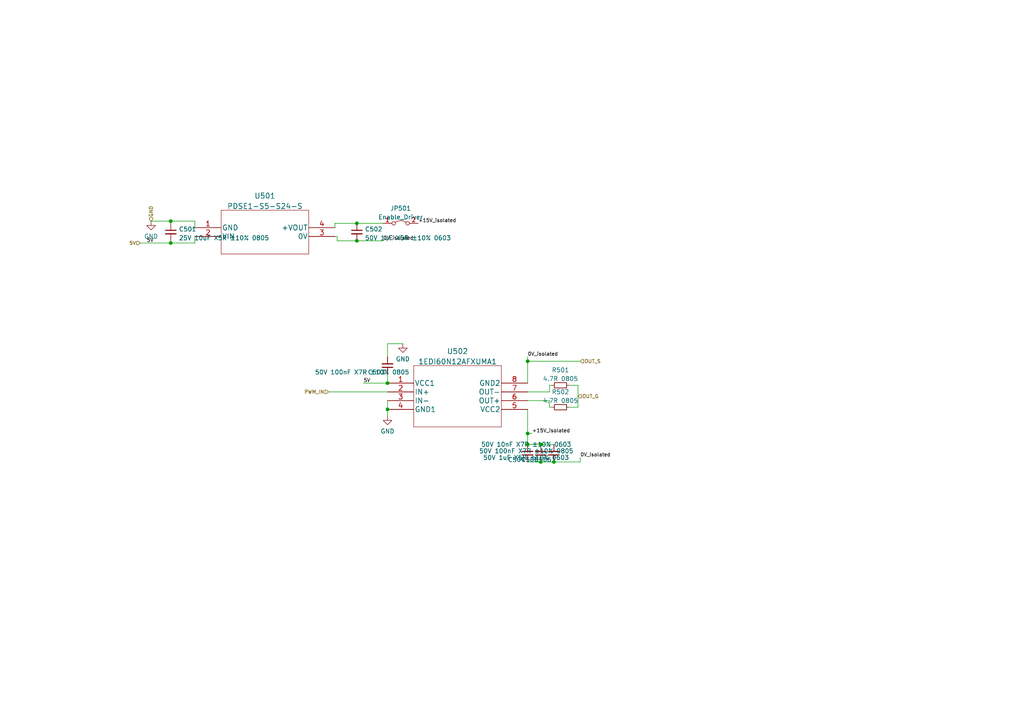
<source format=kicad_sch>
(kicad_sch (version 20211123) (generator eeschema)
  (paper "A4")
  (lib_symbols
    (symbol "Device:C_Small" (pin_numbers hide) (pin_names (offset 0.254) hide)
      (property "Reference" "C" (at 0.254 1.778 0))
      (property "Value" "C_Small" (at 0.254 -2.032 0))
      (symbol "C_Small_0_1"
        (polyline (pts (xy -1.524 -0.508) (xy 1.524 -0.508)) (stroke (width 0.3302)))
        (polyline (pts (xy -1.524 0.508) (xy 1.524 0.508)) (stroke (width 0.3048)))
      )
      (symbol "C_Small_1_1"
        (pin passive line (at 0 2.54 270) (length 2.032) (name "~") (number "1"))
        (pin passive line (at 0 -2.54 90) (length 2.032) (name "~") (number "2"))
      )
    )
    (symbol "Device:R_Small" (pin_numbers hide) (pin_names (offset 0.254) hide)
      (property "Reference" "R" (at 0.762 0.508 0))
      (property "Value" "R_Small" (at 0.762 -1.016 0))
      (symbol "R_Small_0_1"
        (rectangle (start -0.762 1.778) (end 0.762 -1.778) (stroke (width 0.2032)))
      )
      (symbol "R_Small_1_1"
        (pin passive line (at 0 2.54 270) (length 0.762) (name "~") (number "1"))
        (pin passive line (at 0 -2.54 90) (length 0.762) (name "~") (number "2"))
      )
    )
    (symbol "Jumper:Jumper_2_Bridged" (pin_names (offset 0) hide)
      (property "Reference" "JP" (at 0 1.905 0))
      (property "Value" "Jumper_2_Bridged" (at 0 -2.54 0))
      (symbol "Jumper_2_Bridged_0_0"
        (circle (center -2.032 0) (radius 0.508))
        (circle (center 2.032 0) (radius 0.508))
      )
      (symbol "Jumper_2_Bridged_0_1"
        (arc (start 1.524 0.254) (mid 0 0.762) (end -1.524 0.254))
      )
      (symbol "Jumper_2_Bridged_1_1"
        (pin passive line (at -5.08 0 0) (length 2.54) (name "A") (number "1"))
        (pin passive line (at 5.08 0 180) (length 2.54) (name "B") (number "2"))
      )
    )
    (symbol "power:GND" (power) (pin_names (offset 0))
      (property "Value" "GND" (at 0 -3.81 0))
      (symbol "GND_0_1"
        (polyline (pts (xy 0 0) (xy 0 -1.27) (xy 1.27 -1.27) (xy 0 -2.54) (xy -1.27 -1.27) (xy 0 -1.27)))
      )
      (symbol "GND_1_1"
        (pin power_in line (at 0 0 270) (length 0) hide (name "GND") (number "1"))
      )
    )
    (symbol "zenite:1EDI60N12AFXUMA1" (pin_names (offset 0.254))
      (property "Reference" "U" (at 20.32 10.16 0))
      (property "Value" "1EDI60N12AFXUMA1" (at 20.32 7.62 0))
      (symbol "1EDI60N12AFXUMA1_1_1"
        (polyline (pts (xy 7.62 -12.7) (xy 33.02 -12.7)) (stroke (width 0.127)))
        (polyline (pts (xy 7.62 5.08) (xy 7.62 -12.7)) (stroke (width 0.127)))
        (polyline (pts (xy 33.02 -12.7) (xy 33.02 5.08)) (stroke (width 0.127)))
        (polyline (pts (xy 33.02 5.08) (xy 7.62 5.08)) (stroke (width 0.127)))
        (pin power_in line (at 0 0 0) (length 7.62) (name "VCC1") (number "1"))
        (pin input line (at 0 -2.54 0) (length 7.62) (name "IN+") (number "2"))
        (pin input line (at 0 -5.08 0) (length 7.62) (name "IN-") (number "3"))
        (pin power_in line (at 0 -7.62 0) (length 7.62) (name "GND1") (number "4"))
        (pin power_in line (at 40.64 -7.62 180) (length 7.62) (name "VCC2") (number "5"))
        (pin output line (at 40.64 -5.08 180) (length 7.62) (name "OUT+") (number "6"))
        (pin output line (at 40.64 -2.54 180) (length 7.62) (name "OUT-") (number "7"))
        (pin power_in line (at 40.64 0 180) (length 7.62) (name "GND2") (number "8"))
      )
    )
    (symbol "zenite:PDSE1-S5-S24-S" (pin_names (offset 0.254))
      (property "Reference" "U" (at 20.32 10.16 0))
      (property "Value" "PDSE1-S5-S24-S" (at 20.32 7.62 0))
      (symbol "PDSE1-S5-S24-S_1_1"
        (polyline (pts (xy 7.62 -7.62) (xy 33.02 -7.62)) (stroke (width 0.127)))
        (polyline (pts (xy 7.62 5.08) (xy 7.62 -7.62)) (stroke (width 0.127)))
        (polyline (pts (xy 33.02 -7.62) (xy 33.02 5.08)) (stroke (width 0.127)))
        (polyline (pts (xy 33.02 5.08) (xy 7.62 5.08)) (stroke (width 0.127)))
        (pin power_in line (at 0 0 0) (length 7.62) (name "GND") (number "1"))
        (pin input line (at 0 -2.54 0) (length 7.62) (name "VIN") (number "2"))
        (pin unspecified line (at 40.64 -2.54 180) (length 7.62) (name "0V") (number "3"))
        (pin output line (at 40.64 0 180) (length 7.62) (name "+VOUT") (number "4"))
      )
    )
  )
  (junction (at 153.035 128.905))
  (junction (at 156.845 133.985))
  (junction (at 156.845 128.905))
  (junction (at 112.395 118.745))
  (junction (at 49.53 70.485))
  (junction (at 103.505 69.85))
  (junction (at 153.035 125.73))
  (junction (at 112.395 111.125))
  (junction (at 103.505 64.77))
  (junction (at 160.655 133.985))
  (junction (at 153.035 104.775))
  (junction (at 49.53 64.135))
  (wire (pts (xy 159.385 113.665) (xy 159.385 111.76)))
  (wire (pts (xy 153.035 125.73) (xy 153.035 118.745)))
  (wire (pts (xy 49.53 64.135) (xy 56.515 64.135)))
  (wire (pts (xy 49.53 69.85) (xy 49.53 70.485)))
  (wire (pts (xy 156.845 133.985) (xy 160.655 133.985)))
  (wire (pts (xy 153.035 104.775) (xy 153.035 111.125)))
  (wire (pts (xy 112.395 99.695) (xy 116.84 99.695)))
  (wire (pts (xy 40.64 70.485) (xy 49.53 70.485)))
  (wire (pts (xy 153.035 128.905) (xy 153.035 125.73)))
  (wire (pts (xy 153.035 103.505) (xy 153.035 104.775)))
  (wire (pts (xy 43.815 64.135) (xy 49.53 64.135)))
  (wire (pts (xy 112.395 103.505) (xy 112.395 99.695)))
  (wire (pts (xy 103.505 69.85) (xy 111.125 69.85)))
  (wire (pts (xy 95.25 113.665) (xy 112.395 113.665)))
  (wire (pts (xy 153.035 104.775) (xy 168.275 104.775)))
  (wire (pts (xy 159.385 116.205) (xy 159.385 118.11)))
  (wire (pts (xy 112.395 116.205) (xy 112.395 118.745)))
  (wire (pts (xy 167.64 111.76) (xy 167.64 118.11)))
  (wire (pts (xy 159.385 111.76) (xy 160.02 111.76)))
  (wire (pts (xy 103.505 64.77) (xy 111.125 64.77)))
  (wire (pts (xy 156.845 128.905) (xy 153.035 128.905)))
  (wire (pts (xy 153.035 133.985) (xy 156.845 133.985)))
  (wire (pts (xy 97.79 69.85) (xy 103.505 69.85)))
  (wire (pts (xy 168.275 133.985) (xy 168.275 132.715)))
  (wire (pts (xy 49.53 70.485) (xy 56.515 70.485)))
  (wire (pts (xy 97.155 66.04) (xy 97.155 64.77)))
  (wire (pts (xy 97.155 68.58) (xy 97.79 68.58)))
  (wire (pts (xy 165.1 111.76) (xy 167.64 111.76)))
  (wire (pts (xy 49.53 64.135) (xy 49.53 64.77)))
  (wire (pts (xy 112.395 118.745) (xy 112.395 120.65)))
  (wire (pts (xy 56.515 66.04) (xy 56.515 64.135)))
  (wire (pts (xy 112.395 111.125) (xy 105.41 111.125)))
  (wire (pts (xy 97.79 68.58) (xy 97.79 69.85)))
  (wire (pts (xy 153.035 116.205) (xy 159.385 116.205)))
  (wire (pts (xy 159.385 118.11) (xy 160.02 118.11)))
  (wire (pts (xy 160.655 128.905) (xy 156.845 128.905)))
  (wire (pts (xy 97.155 64.77) (xy 103.505 64.77)))
  (wire (pts (xy 153.035 113.665) (xy 159.385 113.665)))
  (wire (pts (xy 160.655 133.985) (xy 168.275 133.985)))
  (wire (pts (xy 154.305 125.73) (xy 153.035 125.73)))
  (wire (pts (xy 165.1 118.11) (xy 167.64 118.11)))
  (wire (pts (xy 112.395 108.585) (xy 112.395 111.125)))
  (wire (pts (xy 56.515 70.485) (xy 56.515 68.58)))
  (label "5V" (at 105.41 111.125 0) (effects (font (size 1.016 1.016))))
  (label "+15V_isolated" (at 121.285 64.77 0) (effects (font (size 1.016 1.016))))
  (label "5V" (at 42.545 70.485 0) (effects (font (size 1.016 1.016))))
  (label "0V_isolated" (at 111.125 69.85 0) (effects (font (size 1.016 1.016))))
  (label "+15V_isolated" (at 154.305 125.73 0) (effects (font (size 1.016 1.016))))
  (label "0V_isolated" (at 153.035 103.505 0) (effects (font (size 1.016 1.016))))
  (label "0V_isolated" (at 168.275 132.715 0) (effects (font (size 1.016 1.016))))
  (hierarchical_label "GND" (shape input) (at 43.815 64.135 90) (effects (font (size 1.016 1.016))))
  (hierarchical_label "5V" (shape input) (at 40.64 70.485 180) (effects (font (size 1.016 1.016))))
  (hierarchical_label "PWM_IN" (shape input) (at 95.25 113.665 180) (effects (font (size 1.016 1.016))))
  (hierarchical_label "OUT_G" (shape input) (at 167.64 114.935 0) (effects (font (size 1.016 1.016))))
  (hierarchical_label "OUT_S" (shape input) (at 168.275 104.775 0) (effects (font (size 1.016 1.016))))
  (symbol (lib_id "Device:C_Small") (at 103.505 67.31 0) (unit 1)
    (property "Reference" "C502" (at 105.8291 66.4816 0) (effects (justify left)))
    (property "Value" "50V 1uF X5R ±10% 0603" (at 105.8291 69.0185 0) (effects (justify left)))
  )
  (symbol (lib_id "Device:R_Small") (at 162.56 118.11 90) (unit 1)
    (property "Reference" "R502" (at 162.56 113.6736 90))
    (property "Value" "4.7R 0805" (at 162.56 116.2105 90))
  )
  (symbol (lib_id "Device:C_Small") (at 49.53 67.31 0) (unit 1)
    (property "Reference" "C501" (at 51.8541 66.4816 0) (effects (justify left)))
    (property "Value" "25V 10uF X5R ±10% 0805" (at 51.8541 69.0185 0) (effects (justify left)))
  )
  (symbol (lib_id "power:GND") (at 116.84 99.695 0) (unit 1)
    (property "Reference" "#PWR0503" (effects hide))
    (property "Value" "GND" (at 116.84 104.1384 0))
  )
  (symbol (lib_id "Device:R_Small") (at 162.56 111.76 90) (unit 1)
    (property "Reference" "R501" (at 162.56 107.3236 90))
    (property "Value" "4.7R 0805" (at 162.56 109.8605 90))
  )
  (symbol (lib_id "power:GND") (at 112.395 120.65 0) (unit 1)
    (property "Reference" "#PWR0502" (effects hide))
    (property "Value" "GND" (at 112.395 125.0934 0))
  )
  (symbol (lib_id "Jumper:Jumper_2_Bridged") (at 116.205 64.77 0) (unit 1)
    (property "Reference" "JP501" (at 116.205 60.4352 0))
    (property "Value" "Enable_Driver" (at 116.205 62.9721 0))
  )
  (symbol (lib_id "Device:C_Small") (at 156.845 131.445 180) (unit 1)
    (property "Reference" "C505" (at 156.21 133.35 0) (effects (justify left)))
    (property "Value" "50V 100nF X7R ±10% 0805" (at 166.37 130.81 0) (effects (justify left)))
  )
  (symbol (lib_id "Device:C_Small") (at 160.655 131.445 180) (unit 1)
    (property "Reference" "C506" (at 160.02 133.35 0) (effects (justify left)))
    (property "Value" "50V 1uF X5R ±10% 0603" (at 165.1 132.715 0) (effects (justify left)))
  )
  (symbol (lib_id "power:GND") (at 43.815 64.135 0) (unit 1)
    (property "Reference" "#PWR0501" (effects hide))
    (property "Value" "GND" (at 43.815 68.5784 0))
  )
  (symbol (lib_id "zenite:1EDI60N12AFXUMA1") (at 112.395 111.125 0) (unit 1)
    (property "Reference" "U502" (at 132.715 101.8974 0) (effects (font (size 1.524 1.524))))
    (property "Value" "1EDI60N12AFXUMA1" (at 132.715 104.8908 0) (effects (font (size 1.524 1.524))))
  )
  (symbol (lib_id "zenite:PDSE1-S5-S24-S") (at 56.515 66.04 0) (unit 1)
    (property "Reference" "U501" (at 76.835 56.8124 0) (effects (font (size 1.524 1.524))))
    (property "Value" "PDSE1-S5-S24-S" (at 76.835 59.8058 0) (effects (font (size 1.524 1.524))))
  )
  (symbol (lib_id "Device:C_Small") (at 153.035 131.445 180) (unit 1)
    (property "Reference" "C504" (at 152.4 133.35 0) (effects (justify left)))
    (property "Value" "50V 10nF X7R ±10% 0603" (at 165.735 128.905 0) (effects (justify left)))
  )
  (symbol (lib_id "Device:C_Small") (at 112.395 106.045 180) (unit 1)
    (property "Reference" "C503" (at 111.76 107.95 0) (effects (justify left)))
    (property "Value" "50V 100nF X7R ±10% 0805" (at 118.745 107.95 0) (effects (justify left)))
  )
)
</source>
